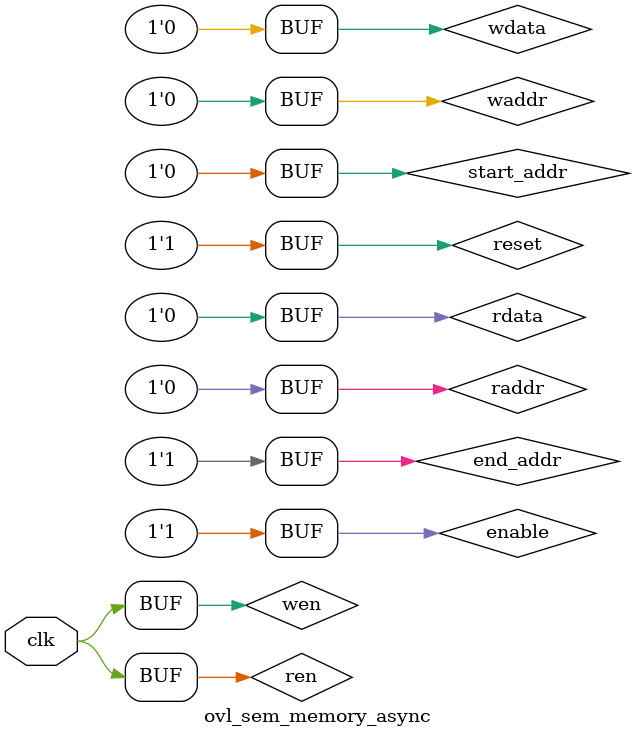
<source format=sv>
module ovl_sem_memory_async(input logic clk);
  logic reset = 1'b1;
  logic enable = 1'b1;
  logic ren;
  logic wen;
  logic [0:0] start_addr = 1'b0;
  logic [0:0] end_addr = 1'b1;
`ifdef FAIL
  logic [0:0] raddr = 1'bx;
`else
  logic [0:0] raddr = 1'b0;
`endif
  logic [0:0] rdata = 1'b0;
  logic [0:0] waddr = 1'b0;
  logic [0:0] wdata = 1'b0;

  assign ren = clk;
  assign wen = clk;

  ovl_memory_async #(
      .data_width(1),
      .addr_width(1),
      .mem_size(2),
      .addr_check(0),
      .init_check(0),
      .one_read_check(0),
      .one_write_check(0),
      .value_check(0)) dut (
      .reset(reset),
      .enable(enable),
      .start_addr(start_addr),
      .end_addr(end_addr),
      .ren(ren),
      .raddr(raddr),
      .rdata(rdata),
      .wen(wen),
      .waddr(waddr),
      .wdata(wdata),
      .fire());
endmodule

</source>
